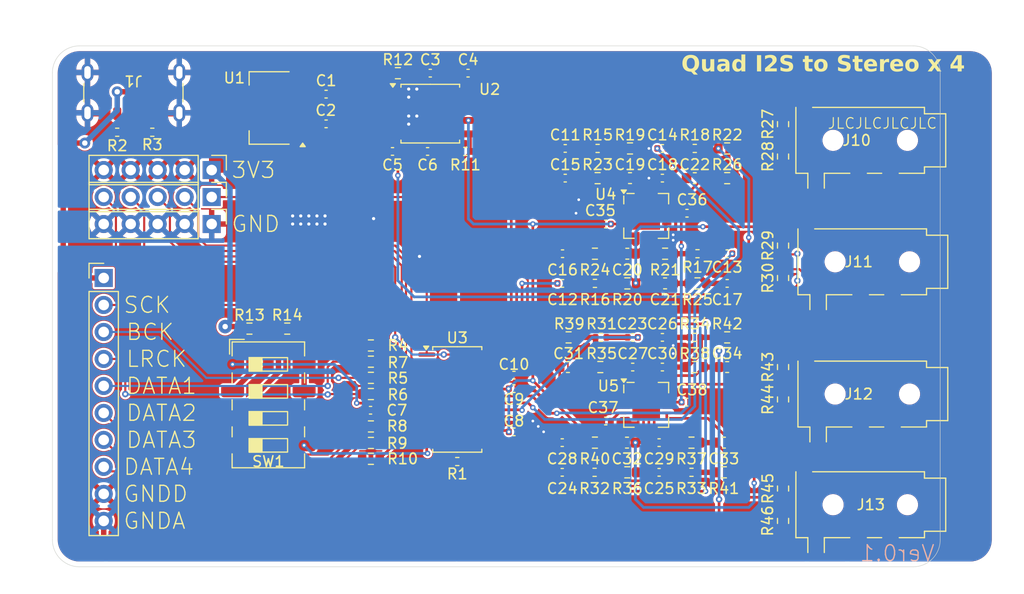
<source format=kicad_pcb>
(kicad_pcb (version 20241229) (generator "pcbnew") (generator_version "9.0")
  (layers (0 "F.Cu" signal) (2 "B.Cu" signal) (13 "F.Paste" user) (15 "B.Paste" user) (5 "F.SilkS" user "F.Silkscreen") (7 "B.SilkS" user "B.Silkscreen") (1 "F.Mask" user) (3 "B.Mask" user) (25 "Edge.Cuts" user))
  (net 0 "")
  (net 1 "+5VA")
  (net 2 "GNDA")
  (net 3 "+3.3V")
  (net 4 "GNDD")
  (net 5 "/VCOM")
  (net 6 "Net-(U4B--)")
  (net 7 "Net-(U4C--)")
  (net 8 "Net-(U4D--)")
  (net 9 "Net-(C15-Pad1)")
  (net 10 "/LPF/OUT1")
  (net 11 "Net-(C16-Pad1)")
  (net 12 "/LPF/OUT2")
  (net 13 "Net-(C17-Pad1)")
  (net 14 "/LPF/OUT3")
  (net 15 "/LPF/OUT4")
  (net 16 "Net-(C18-Pad1)")
  (net 17 "Net-(C19-Pad1)")
  (net 18 "Net-(C21-Pad1)")
  (net 19 "Net-(C22-Pad1)")
  (net 20 "Net-(U4A--)")
  (net 21 "Net-(C27-Pad1)")
  (net 22 "Net-(C28-Pad1)")
  (net 23 "Net-(C29-Pad1)")
  (net 24 "/LPF1/OUT3")
  (net 25 "/LPF1/OUT4")
  (net 26 "Net-(C30-Pad1)")
  (net 27 "/SCK")
  (net 28 "/BCK")
  (net 29 "/LRCK")
  (net 30 "/DATA1")
  (net 31 "/DATA2")
  (net 32 "/DATA3")
  (net 33 "/DATA4")
  (net 34 "/LPF/IN1")
  (net 35 "/LPF/IN2")
  (net 36 "/LPF/IN3")
  (net 37 "/LPF/IN4")
  (net 38 "/LPF1/IN1")
  (net 39 "/LPF1/IN2")
  (net 40 "/LPF1/IN3")
  (net 41 "/LPF1/IN4")
  (net 42 "/MSEL")
  (net 43 "Net-(U2-C-)")
  (net 44 "Net-(U2-C+)")
  (net 45 "-5VA")
  (net 46 "Net-(U2-FB)")
  (net 47 "Net-(C11-Pad2)")
  (net 48 "Net-(C12-Pad2)")
  (net 49 "Net-(C13-Pad2)")
  (net 50 "Net-(C23-Pad2)")
  (net 51 "Net-(C24-Pad2)")
  (net 52 "Net-(C25-Pad2)")
  (net 53 "Net-(U5A--)")
  (net 54 "Net-(U5B--)")
  (net 55 "Net-(C31-Pad1)")
  (net 56 "Net-(U5C--)")
  (net 57 "Net-(U5D--)")
  (net 58 "Net-(C33-Pad1)")
  (net 59 "Net-(R13-Pad2)")
  (net 60 "Net-(R14-Pad1)")
  (net 61 "Net-(C14-Pad2)")
  (net 62 "Net-(C26-Pad2)")
  (net 63 "Net-(C34-Pad1)")
  (net 64 "Net-(J5-Pin_2)")
  (net 65 "Net-(J5-Pin_4)")
  (net 66 "Net-(J5-Pin_3)")
  (net 67 "Net-(J5-Pin_1)")
  (net 68 "Net-(J5-Pin_5)")
  (net 69 "Net-(J1-CC2)")
  (net 70 "Net-(J1-CC1)")
  (net 71 "Net-(J2-Pin_3)")
  (net 72 "Net-(J2-Pin_5)")
  (net 73 "Net-(J2-Pin_4)")
  (net 74 "Net-(J2-Pin_7)")
  (net 75 "Net-(J2-Pin_8)")
  (net 76 "Net-(J2-Pin_2)")
  (net 77 "Net-(J2-Pin_6)")
  (net 78 "/LPF1/OUT2")
  (net 79 "/LPF1/OUT1")
  (net 80 "Net-(C20-Pad2)")
  (net 81 "Net-(C32-Pad2)")
  (footprint "Capacitor_SMD:C_0402_1005Metric" (layer "F.Cu") (at 109.474 58.42)
    (property "Reference" "C8")
    (property "Value" "10n")
  )
  (footprint "Resistor_SMD:R_0402_1005Metric" (layer "F.Cu") (at 75.438 30.226 180)
    (property "Reference" "R3")
    (property "Value" "5.1k")
  )
  (footprint "Resistor_SMD:R_0402_1005Metric" (layer "F.Cu") (at 104.14 61.214 180)
    (property "Reference" "R1")
    (property "Value" "0")
  )
  (footprint "Resistor_SMD:R_0603_1608Metric" (layer "F.Cu") (at 96.012 53.34)
    (property "Reference" "R5")
    (property "Value" "20")
  )
  (footprint "Package_DFN_QFN:WQFN-16-1EP_4x4mm_P0.5mm_EP2.6x2.6mm" (layer "F.Cu") (at 121.92 38.1)
    (property "Reference" "U4")
    (property "Value" "OPA1679")
  )
  (footprint "Resistor_SMD:R_0603_1608Metric" (layer "F.Cu") (at 134.798 63.754 90)
    (property "Reference" "R45")
    (property "Value" "47")
  )
  (footprint "Capacitor_SMD:C_0402_1005Metric" (layer "F.Cu") (at 114.3 31.75)
    (property "Reference" "C11")
    (property "Value" "10u")
  )
  (footprint "Package_SO:HTSSOP-28-1EP_4.4x9.7mm_P0.65mm_EP2.75x6.2mm" (layer "F.Cu") (at 104.14 55.372)
    (property "Reference" "U3")
    (property "Value" "PCM1681")
  )
  (footprint "Resistor_SMD:R_0603_1608Metric" (layer "F.Cu") (at 126.492 52.324)
    (property "Reference" "R38")
    (property "Value" "8.2k")
  )
  (footprint "Capacitor_SMD:C_0402_1005Metric" (layer "F.Cu") (at 118.11 57.404 180)
    (property "Reference" "C37")
    (property "Value" "10u")
  )
  (footprint "Capacitor_SMD:C_0603_1608Metric" (layer "F.Cu") (at 120.396 34.544 180)
    (property "Reference" "C19")
    (property "Value" "470p")
  )
  (footprint "Capacitor_SMD:C_0402_1005Metric" (layer "F.Cu") (at 109.474 53.086)
    (property "Reference" "C10")
    (property "Value" "10u")
  )
  (footprint "Capacitor_SMD:C_0402_1005Metric" (layer "F.Cu") (at 105.156 24.666 180)
    (property "Reference" "C4")
    (property "Value" "1u")
  )
  (footprint "Resistor_SMD:R_0402_1005Metric" (layer "F.Cu") (at 117.348 31.75)
    (property "Reference" "R15")
    (property "Value" "5.1k")
  )
  (footprint "Capacitor_SMD:C_0402_1005Metric" (layer "F.Cu") (at 114.3 34.544 180)
    (property "Reference" "C15")
    (property "Value" "4700p")
  )
  (footprint "Resistor_SMD:R_0402_1005Metric" (layer "F.Cu") (at 117.665 49.53 180)
    (property "Reference" "R31")
    (property "Value" "5.1k")
  )
  (footprint "Resistor_SMD:R_0603_1608Metric" (layer "F.Cu") (at 88.138 48.705)
    (property "Reference" "R14")
    (property "Value" "220k")
  )
  (footprint "Resistor_SMD:R_0603_1608Metric" (layer "F.Cu") (at 126.746 44.45 180)
    (property "Reference" "R25")
    (property "Value" "560")
  )
  (footprint "Resistor_SMD:R_0603_1608Metric" (layer "F.Cu") (at 120.142 44.45)
    (property "Reference" "R20")
    (property "Value" "8.2k")
  )
  (footprint "Capacitor_SMD:C_0402_1005Metric" (layer "F.Cu") (at 114.018 62.23)
    (property "Reference" "C24")
    (property "Value" "10u")
  )
  (footprint "Capacitor_SMD:C_0402_1005Metric" (layer "F.Cu") (at 118.11 38.862 180)
    (property "Reference" "C35")
    (property "Value" "10u")
  )
  (footprint "Resistor_SMD:R_0603_1608Metric" (layer "F.Cu") (at 96.012 50.292)
    (property "Reference" "R4")
    (property "Value" "20")
  )
  (footprint "Capacitor_SMD:C_0603_1608Metric" (layer "F.Cu") (at 114.554 52.324 180)
    (property "Reference" "C31")
    (property "Value" "470p")
  )
  (footprint "Resistor_SMD:R_0603_1608Metric" (layer "F.Cu") (at 96.012 60.96)
    (property "Reference" "R10")
    (property "Value" "20")
  )
  (footprint "Capacitor_SMD:C_0402_1005Metric" (layer "F.Cu") (at 95.979 56.388)
    (property "Reference" "C7")
    (property "Value" "10n")
  )
  (footprint "Resistor_SMD:R_0402_1005Metric" (layer "F.Cu") (at 126.746 41.656 180)
    (property "Reference" "R17")
    (property "Value" "5.1k")
  )
  (footprint "Connector_Audio:Jack_3.5mm_PJ320D_Horizontal" (layer "F.Cu") (at 141.732 65.278 180)
    (property "Reference" "J13")
    (property "Value" "\\")
  )
  (footprint "Capacitor_SMD:C_0402_1005Metric" (layer "F.Cu") (at 109.474 54.356)
    (property "Reference" "C9")
    (property "Value" "10n")
  )
  (footprint "Capacitor_SMD:C_0402_1005Metric" (layer "F.Cu") (at 91.796 26.642 180)
    (property "Reference" "C1")
    (property "Value" "10u")
  )
  (footprint "Capacitor_SMD:C_0402_1005Metric" (layer "F.Cu") (at 101.346 32.032)
    (property "Reference" "C6")
    (property "Value" "1u")
  )
  (footprint "Resistor_SMD:R_0603_1608Metric" (layer "F.Cu") (at 120.142 62.23)
    (property "Reference" "R36")
    (property "Value" "8.2k")
  )
  (footprint "Connector_PinHeader_2.54mm:PinHeader_1x10_P2.54mm_Vertical" (layer "F.Cu") (at 70.866 43.942)
    (property "Reference" "J2" (hide yes))
    (property "Value" "Conn_01x10_Pin")
  )
  (footprint "Resistor_SMD:R_0603_1608Metric" (layer "F.Cu") (at 129.54 31.75 180)
    (property "Reference" "R22")
    (property "Value" "8.2k")
  )
  (footprint "Resistor_SMD:R_0603_1608Metric" (layer "F.Cu") (at 96.012 54.864)
    (property "Reference" "R6")
    (property "Value" "20")
  )
  (footprint "Capacitor_SMD:C_0402_1005Metric" (layer "F.Cu") (at 123.134 59.436 180)
    (property "Reference" "C29")
    (property "Value" "4700p")
  )
  (footprint "Capacitor_SMD:C_0402_1005Metric" (layer "F.Cu") (at 91.796 29.436 180)
    (property "Reference" "C2")
    (property "Value" "10u")
  )
  (footprint "Package_TO_SOT_SMD:SOT-223-3_TabPin2" (layer "F.Cu") (at 86.462 27.94 180)
    (property "Reference" "U1")
    (property "Value" "AMS1117-3.3")
  )
  (footprint "Capacitor_SMD:C_0402_1005Metric" (layer "F.Cu") (at 123.444 49.53)
    (property "Reference" "C26")
    (property "Value" "10u")
  )
  (footprint "Capacitor_SMD:C_0402_1005Metric" (layer "F.Cu") (at 125.73 55.626)
    (property "Reference" "C38")
    (property "Value" "10u")
  )
  (footprint "Resistor_SMD:R_0603_1608Metric" (layer "F.Cu") (at 134.798 40.894 90)
    (property "Reference" "R29")
    (property "Value" "47")
  )
  (footprint "Capacitor_SMD:C_0603_1608Metric" (layer "F.Cu") (at 120.142 41.656 180)
    (property "Reference" "C20")
    (property "Value" "470p")
  )
  (footprint "Resistor_SMD:R_0603_1608Metric" (layer "F.Cu") (at 134.798 29.464 90)
    (property "Reference" "R27")
    (property "Value" "47")
  )
  (footprint "Resistor_SMD:R_0402_1005Metric" (layer "F.Cu") (at 126.182 62.23)
    (property "Reference" "R33")
    (property "Value" "5.1k")
  )
  (footprint "Resistor_SMD:R_0402_1005Metric" (layer "F.Cu") (at 126.492 49.53)
    (property "Reference" "R34")
    (property "Value" "5.1k")
  )
  (footprint "Connector_Audio:Jack_3.5mm_PJ320D_Horizontal" (layer "F.Cu") (at 141.926 54.864 180)
    (property "Reference" "J12")
    (property "Value" "AudioJack4")
  )
  (footprint "Resistor_SMD:R_0603_1608Metric" (layer "F.Cu") (at 84.582 48.705)
    (property "Reference" "R13")
    (property "Value" "220k")
  )
  (footprint "Resistor_SMD:R_0603_1608Metric" (layer "F.Cu") (at 126.182 59.436)
    (property "Reference" "R37")
    (property "Value" "8.2k")
  )
  (footprint "Connector_PinHeader_2.54mm:PinHeader_1x05_P2.54mm_Vertical" (layer "F.Cu") (at 81.026 36.322 -90)
    (property "Reference" "J5" (hide yes))
    (property "Value" "Conn_01x05_Pin")
  )
  (footprint "Resistor_SMD:R_0603_1608Metric" (layer "F.Cu") (at 129.23 62.23)
    (property "Reference" "R41")
    (property "Value" "560")
  )
  (footprint "Resistor_SMD:R_0603_1608Metric" (layer "F.Cu") (at 129.54 34.544 180)
    (property "Reference" "R26")
    (property "Value" "560")
  )
  (footprint "Resistor_SMD:R_0402_1005Metric" (layer "F.Cu") (at 117.094 44.45)
    (property "Reference" "R16")
    (property "Value" "5.1k")
  )
  (footprint "Button_Switch_SMD:SW_DIP_SPSTx04_Slide_6.7x11.72mm_W6.73mm_P2.54mm_LowProfile_JPin" (layer "F.Cu") (at 86.36 55.88)
    (property "Reference" "SW1")
    (property "Value" "SW_DIP_x04")
  )
  (footprint "Capacitor_SMD:C_0603_1608Metric" (layer "F.Cu") (at 129.23 59.436)
    (property "Reference" "C33")
    (property "Value" "470p")
  )
  (footprint "Resistor_SMD:R_0603_1608Metric" (layer "F.Cu") (at 120.396 31.75)
    (property "Reference" "R19")
    (property "Value" "8.2k")
  )
  (footprint "Resistor_SMD:R_0603_1608Metric" (layer "F.Cu") (at 117.348 34.544)
    (property "Reference" "R23")
    (property "Value" "560")
  )
  (footprint "Resistor_SMD:R_0402_1005Metric" (layer "F.Cu") (at 72.136 30.226)
    (property "Reference" "R2")
    (property "Value" "5.1k")
  )
  (footprint "Resistor_SMD:R_0603_1608Metric" (layer "F.Cu") (at 114.617 49.53 180)
    (property "Reference" "R39")
    (property "Value" "560")
  )
  (footprint "Capacitor_SMD:C_0603_1608Metric" (layer "F.Cu") (at 123.698 44.45)
    (property "Reference" "C21")
    (property "Value" "470p")
  )
  (footprint "Resistor_SMD:R_0603_1608Metric" (layer "F.Cu") (at 98.552 24.666)
    (property "Reference" "R12")
    (property "Value" "30k")
  )
  (footprint "Resistor_SMD:R_0402_1005Metric" (layer "F.Cu") (at 126.492 31.75)
    (property "Reference" "R18")
    (property "Value" "5.1k")
  )
  (footprint "Connector_PinHeader_2.54mm:PinHeader_1x05_P2.54mm_Vertical" (layer "F.Cu") (at 81.026 38.862 -90)
    (property "Reference" "J4" (hide yes))
    (property "Value" "Conn_01x05_Pin")
  )
  (footprint "Capacitor_SMD:C_0402_1005Metric" (layer "F.Cu") (at 125.758 37.846)
    (property "Reference" "C36")
    (property "Value" "10u")
  )
  (footprint "Capacitor_SMD:C_0402_1005Metric" (layer "F.Cu") (at 123.444 31.75)
    (property "Reference" "C14")
    (property "Value" "10u")
  )
  (footprint "Capacitor_SMD:C_0603_1608Metric" (layer "F.Cu") (at 129.54 52.324)
    (property "Reference" "C34")
    (property "Value" "470p")
  )
  (footprint "Resistor_SMD:R_0603_1608Metric" (layer "F.Cu") (at 134.798 66.802 90)
    (property "Reference" "R46")
    (property "Value" "47")
  )
  (footprint "Resistor_SMD:R_0603_1608Metric" (layer "F.Cu") (at 134.798 43.942 90)
    (property "Reference" "R30")
    (property "Value" "47")
  )
  (footprint "Connector_PinHeader_2.54mm:PinHeader_1x05_P2.54mm_Vertical" (layer "F.Cu") (at 81.026 33.782 -90)
    (property "Reference" "J3" (hide yes))
    (property "Value" "Conn_01x05_Pin")
  )
  (footprint "Capacitor_SMD:C_0402_1005Metric" (layer "F.Cu") (at 114.046 41.656 180)
    (property "Reference" "C16")
    (property "Value" "4700p")
  )
  (footprint "Capacitor_SMD:C_0402_1005Metric" (layer "F.Cu") (at 98.044 32.032)
    (property "Reference" "C5")
    (property "Value" "10n")
  )
  (footprint "Capacitor_SMD:C_0402_1005Metric" (layer "F.Cu") (at 101.6 24.666 180)
    (property "Reference" "C3")
    (property "Value" "1u")
  )
  (footprint "Resistor_SMD:R_0603_1608Metric" (layer "F.Cu") (at 129.54 49.53)
    (property "Reference" "R42")
    (property "Value" "560")
  )
  (footprint "Connector_Audio:Jack_3.5mm_PJ320D_Horizontal" (layer "F.Cu") (at 141.926 42.418 180)
    (property "Reference" "J11")
    (property "Value" "AudioJack4")
  )
  (footprint "Capacitor_SMD:C_0402_1005Metric" (layer "F.Cu") (at 123.444 52.324 180)
    (property "Reference" "C30")
    (property "Value" "4700p")
  )
  (footprint "Capacitor_SMD:C_0402_1005Metric" (layer "F.Cu") (at 114.018 59.436 180)
    (property "Reference" "C28")
    (property "Value" "4700p")
  )
  (footprint "Package_DFN_QFN:WQFN-16-1EP_4x4mm_P0.5mm_EP2.6x2.6mm" (layer "F.Cu") (at 121.92 55.88)
    (property "Reference" "U5")
    (property "Value" "OPA1679")
  )
  (footprint "Resistor_SMD:R_0603_1608Metric" (layer "F.Cu") (at 117.602 52.324 180)
    (property "Reference" "R35")
    (property "Value" "8.2k")
  )
  (footprint "Resistor_SMD:R_0603_1608Metric" (layer "F.Cu") (at 134.798 55.372 90)
    (property "Reference" "R44")
    (property "Value" "47")
  )
  (footprint "Capacitor_SMD:C_0402_1005Metric" (layer "F.Cu") (at 123.444 34.544 180)
    (property "Reference" "C18")
    (property "Value" "4700p")
  )
  (footprint "Resistor_SMD:R_0603_1608Metric" (layer "F.Cu") (at 96.014 59.466)
    (property "Reference" "R9")
    (property "Value" "20")
  )
  (footprint "Capacitor_SMD:C_0402_1005Metric" (layer "F.Cu") (at 123.134 62.23)
    (property "Reference" "C25")
    (property "Value" "10u")
  )
  (footprint "Resistor_SMD:R_0402_1005Metric" (layer "F.Cu") (at 104.902 32.032 180)
    (property "Reference" "R11")
    (property "Value" "10k")
  )
  (footprint "Capacitor_SMD:C_0402_1005Metric" (layer "F.Cu") (at 129.54 41.656 180)
    (property "Reference" "C13")
    (property "Value" "10u")
  )
  (footprint "Connector_Audio:Jack_3.5mm_PJ320D_Horizontal" (layer "F.Cu") (at 141.732 30.988 180)
    (property "Reference" "J10")
    (property "Value" "AudioJack4")
  )
  (footprint "Capacitor_SMD:C_0402_1005Metric" (layer "F.Cu") (at 120.65 49.53 180)
    (property "Reference" "C23")
    (property "Value" "10u")
  )
  (footprint "Resistor_SMD:R_0603_1608Metric" (layer "F.Cu") (at 117.094 41.656)
    (property "Reference" "R24")
    (property "Value" "560")
  )
  (footprint "Capacitor_SMD:C_0603_1608Metric" (layer "F.Cu") (at 126.492 34.544)
    (property "Reference" "C22")
    (property "Value" "470p")
  )
  (footprint "Resistor_SMD:R_0603_1608Metric" (layer "F.Cu") (at 134.798 32.512 90)
    (property "Reference" "R28")
    (property "Value" "47")
  )
  (footprint "Capacitor_SMD:C_0402_1005Metric" (layer "F.Cu") (at 114.046 44.45)
    (property "Reference" "C12")
    (property "Value" "10u")
  )
  (footprint "Connector_USB:USB_C_Receptacle_GCT_USB4125-xx-x_6P_TopMnt_Horizontal" (layer "F.Cu") (at 73.66 25.4 180)
    (property "Reference" "J1")
    (property "Value" "USB_C_Receptacle_PowerOnly_6P")
  )
  (footprint "Resistor_SMD:R_0603_1608Metric" (layer "F.Cu") (at 123.698 41.656 180)
    (property "Reference" "R21")
    (property "Value" "8.2k")
  )
  (footprint "Resistor_SMD:R_0603_1608Metric" (layer "F.Cu") (at 96.014 57.912)
    (property "Reference" "R8")
    (property "Value" "20")
  )
  (footprint "Capacitor_SMD:C_0402_1005Metric" (layer "F.Cu") (at 120.65 52.324)
    (property "Reference" "C27")
    (property "Value" "4700p")
  )
  (footprint "Resistor_SMD:R_0402_1005Metric" (layer "F.Cu") (at 117.066 62.23)
    (property "Reference" "R32")
    (property "Value" "5.1k")
  )
  (footprint "Capacitor_SMD:C_0402_1005Metric" (layer "F.Cu") (at 129.54 44.45)
    (property "Reference" "C17")
    (property "Value" "4700p")
  )
  (footprint "Capacitor_SMD:C_0603_1608Metric" (layer "F.Cu") (at 120.114 59.436)
    (property "Reference" "C32")
    (property "Value" "470p")
  )
  (footprint "Resistor_SMD:R_0603_1608Metric" (layer "F.Cu") (at 134.798 52.324 90)
    (property "Reference" "R43")
    (property "Value" "47")
  )
  (footprint "Package_SO:SOIC-8_5.3x5.3mm_P1.27mm" (layer "F.Cu") (at 101.6 28.476)
    (property "Reference" "U2")
    (property "Value" "NJW4191M")
  )
  (footprint "Resistor_SMD:R_0603_1608Metric" (layer "F.Cu") (at 117.094 59.436)
    (property "Reference" "R40")
    (property "Value" "560")
  )
  (footprint "Resistor_SMD:R_0603_1608Metric" (layer "F.Cu") (at 96.012 51.816)
    (property "Reference" "R7")
    (property "Value" "20")
  )
  (gr_arc (start 149.587949 68.58) (mid 148.844 70.376051) (end 147.047949 71.12) (stroke (width 0.05)) (layer "Edge.Cuts"))
  (gr_line (start 147.032123 71.12) (end 68.58 71.12) (stroke (width 0.05)) (layer "Edge.Cuts"))
  (gr_line (start 149.587949 24.638) (end 149.587949 68.58) (stroke (width 0.05)) (layer "Edge.Cuts"))
  (gr_line (start 66.04 68.58) (end 66.04 24.638) (stroke (width 0.05)) (layer "Edge.Cuts"))
  (gr_arc (start 68.58 71.12) (mid 66.783949 70.376051) (end 66.04 68.58) (stroke (width 0.05)) (layer "Edge.Cuts"))
  (gr_arc (start 147.047949 22.098) (mid 148.844 22.841949) (end 149.587949 24.638) (stroke (width 0.05)) (layer "Edge.Cuts"))
  (gr_line (start 68.58 22.098) (end 147.0479 22.098) (stroke (width 0.05)) (layer "Edge.Cuts"))
  (gr_arc (start 66.04 24.638) (mid 66.783949 22.841949) (end 68.58 22.098) (stroke (width 0.05)) (layer "Edge.Cuts"))
  (gr_text "DATA1\n" (at 72.898 54.102 0) (layer "F.SilkS") (effects (font (size 1.5 1.5) (thickness 0.127)) (justify left)))
  (gr_text "BCK" (at 72.898 49.022 0) (layer "F.SilkS") (effects (font (size 1.5 1.5) (thickness 0.127)) (justify left)))
  (gr_text "DATA2\n" (at 72.898 56.642 0) (layer "F.SilkS") (effects (font (size 1.5 1.5) (thickness 0.127)) (justify left)))
  (gr_text "JLCJLCJLCJLC\n" (at 138.938 29.972 0) (layer "F.SilkS") (effects (font (size 1 1) (thickness 0.1)) (justify left bottom)))
  (gr_text "SCK\n" (at 72.644 46.482 0) (layer "F.SilkS") (effects (font (size 1.5 1.5) (thickness 0.127)) (justify left)))
  (gr_text "GNDD" (at 72.644 64.262 0) (layer "F.SilkS") (effects (font (size 1.5 1.5) (thickness 0.127)) (justify left)))
  (gr_text "DATA3\n" (at 72.898 59.182 0) (layer "F.SilkS") (effects (font (size 1.5 1.5) (thickness 0.127)) (justify left)))
  (gr_text "3V3" (at 82.804 33.782 0) (layer "F.SilkS") (effects (font (size 1.5 1.5) (thickness 0.127)) (justify left)))
  (gr_text "LRCK" (at 72.898 51.562 0) (layer "F.SilkS") (effects (font (size 1.5 1.5) (thickness 0.127)) (justify left)))
  (gr_text "GNDA" (at 72.644 66.802 0) (layer "F.SilkS") (effects (font (size 1.5 1.5) (thickness 0.127)) (justify left)))
  (gr_text "Quad I2S to Stereo x 4" (at 125.222 23.876 0) (layer "F.SilkS") (effects (font (size 1.5 1.5) (thickness 0.3) (bold yes)) (justify left)))
  (gr_text "DATA4\n" (at 72.644 61.722 0) (layer "F.SilkS") (effects (font (size 1.5 1.5) (thickness 0.127)) (justify left)))
  (gr_text "GND" (at 82.804 38.862 0) (layer "F.SilkS") (effects (font (size 1.5 1.5) (thickness 0.127)) (justify left)))
  (gr_text "Ver0.1" (at 145.542 69.85 0) (layer "B.SilkS") (effects (font (size 1.5 1.5) (thickness 0.127)) (justify mirror)))
  (segment (start 76.644 26.416) (end 79.756 26.416) (width 0.508) (layer "F.Cu") (net 1))
  (segment (start 91.316 26.642) (end 91.316 26.332001) (width 0.508) (layer "F.Cu") (net 1))
  (segment (start 72.136 28.476) (end 72.14 28.48) (width 0.508) (layer "F.Cu") (net 1))
  (segment (start 105.156 25.682) (end 105.156 26.5395) (width 0.2) (layer "F.Cu") (net 1))
  (segment (start 104.267 29.111) (end 104.074 28.918) (width 0.2) (layer "F.Cu") (net 1))
  (segment (start 75.18 27.88) (end 73.716 26.416) (width 0.508) (layer "F.Cu") (net 1))
  (segment (start 80.641 25.531) (end 89.503 25.531) (width 0.508) (layer "F.Cu") (net 1))
  (segment (start 107.015 54.397) (end 108.925 54.397) (width 0.254) (layer "F.Cu") (net 1))
  (segment (start 93.966001 23.682) (end 104.961999 23.682) (width 0.508) (layer "F.Cu") (net 1))
  (segment (start 89.612 25.64) (end 90.314 25.64) (width 0.508) (layer "F.Cu") (net 1))
  (segment (start 79.756 26.416) (end 80.641 25.531) (width 0.508) (layer "F.Cu") (net 1))
  (segment (start 105.636 24.356001) (end 105.636 24.666) (width 0.508) (layer "F.Cu") (net 1))
  (segment (start 104.074 26.764) (end 104.267 26.571) (width 0.2) (layer "F.Cu") (net 1))
  (segment (start 105.636 25.202) (end 105.156 25.682) (width 0.2) (layer "F.Cu") (net 1))
  (segment (start 108.871 58.297) (end 108.994 58.42) (width 0.254) (layer "F.Cu") (net 1))
  (segment (start 111.252 53.594) (end 111.252 38.862) (width 0.254) (layer "F.Cu") (net 1))
  (segment (start 67.818 43.942) (end 67.056 43.18) (width 0.508) (layer "F.Cu") (net 1))
  (segment (start 118.59 57.686) (end 118.59 57.404) (width 0.254) (layer "F.Cu") (net 1))
  (segment (start 89.503 25.531) (end 89.612 25.64) (width 0.508) (layer "F.Cu") (net 1))
  (segment (start 104.961999 23.682) (end 105.636 24.356001) (width 0.508) (layer "F.Cu") (net 1))
  (segment (start 118.11 58.166) (end 118.59 57.686) (width 0.254) (layer "F.Cu") (net 1))
  (segment (start 75.18 28.48) (end 75.18 27.88) (width 0.508) (layer "F.Cu") (net 1))
  (segment (start 91.316 26.332001) (end 93.966001 23.682) (width 0.508) (layer "F.Cu") (net 1))
  (segment (start 119.9705 56.642) (end 119.9825 56.63) (width 0.254) (layer "F.Cu") (net 1))
  (segment (start 72.136 26.416) (end 72.136 28.476) (width 0.508) (layer "F.Cu") (net 1))
  (segment (start 67.056 43.18) (end 67.056 31.75) (width 0.508) (layer "F.Cu") (net 1))
  (segment (start 105.1875 29.111) (end 104.267 29.111) (width 0.2) (layer "F.Cu") (net 1))
  (segment (start 70.866 43.942) (end 67.818 43.942) (width 0.508) (layer "F.Cu") (net 1))
  (segment (start 105.636 24.666) (end 105.636 25.202) (width 0.2) (layer "F.Cu") (net 1))
  (segment (start 90.314 25.64) (end 91.316 26.642) (width 0.508) (layer "F.Cu") (net 1))
  (segment (start 118.59 38.862) (end 119.9705 38.862) (width 0.254) (layer "F.Cu") (net 1))
  (segment (start 111.252 53.594) (end 115.824 58.166) (width 0.254) (layer "F.Cu") (net 1))
  (segment (start 108.925 54.397) (end 108.966 54.356) (width 0.254) (layer "F.Cu") (net 1))
  (segment (start 104.074 28.918) (end 104.074 26.764) (width 0.2) (layer "F.Cu") (net 1))
  (segment (start 67.056 31.75) (end 67.563 31.243) (width 0.508) (layer "F.Cu") (net 1))
  (segment (start 119.352 56.642) (end 119.9705 56.642) (width 0.254) (layer "F.Cu") (net 1))
  (segment (start 75.18 27.88) (end 76.644 26.416) (width 0.508) (layer "F.Cu") (net 1))
  (segment (start 118.59 57.404) (end 119.352 56.642) (width 0.254) (layer "F.Cu") (net 1))
  (segment (start 105.156 26.5395) (end 105.1875 26.571) (width 0.2) (layer "F.Cu") (net 1))
  (segment (start 115.824 58.166) (end 118.11 58.166) (width 0.254) (layer "F.Cu") (net 1))
  (segment (start 107.015 58.297) (end 108.871 58.297) (width 0.254) (layer "F.Cu") (net 1))
  (segment (start 73.716 26.416) (end 72.136 26.416) (width 0.508) (layer "F.Cu") (net 1))
  (segment (start 67.563 31.243) (end 69.087 31.243) (width 0.508) (layer "F.Cu") (net 1))
  (segment (start 119.9705 38.862) (end 119.9825 38.85) (width 0.254) (layer "F.Cu") (net 1))
  (segment (start 104.267 26.571) (end 105.1875 26.571) (width 0.2) (layer "F.Cu") (net 1))
  (via (at 105.1875 29.111) (size 0.508) (drill 0.254) (layers "F.Cu" "B.Cu") (net 1))
  (via (at 108.994 58.42) (size 0.508) (drill 0.254) (layers "F.Cu" "B.Cu") (net 1))
  (via (at 72.136 26.416) (size 1.016) (drill 0.508) (layers "F.Cu" "B.Cu") (net 1))
  (via (at 108.966 54.356) (size 0.508) (drill 0.254) (layers "F.Cu" "B.Cu") (net 1))
  (via (at 111.252 38.862) (size 0.508) (drill 0.254) (layers "F.Cu" "B.Cu") (net 1))
  (via (at 118.59 38.862) (size 0.508) (drill 0.254) (layers "F.Cu" "B.Cu") (net 1))
  (via (at 111.252 53.594) (size 0.508) (drill 0.254) (layers "F.Cu" "B.Cu") (net 1))
  (via (at 69.087 31.243) (size 1.016) (drill 0.508) (layers "F.Cu" "B.Cu") (net 1))
  (segment (start 69.087 31.243) (end 72.136 28.194) (width 0.508) (layer "B.Cu") (net 1))
  (segment (start 118.59 38.862) (end 111.252 38.862) (width 0.254) (layer "B.Cu") (net 1))
  (segment (start 108.966 54.356) (end 108.994 55.133732) (width 0.254) (layer "B.Cu") (net 1))
  (segment (start 111.252 38.862) (end 105.664 38.862) (width 0.254) (layer "B.Cu") (net 1))
  (segment (start 108.966 54.356) (end 109.728 53.594) (width 0.254) (layer "B.Cu") (net 1))
  (segment (start 105.664 38.862) (end 105.1875 38.3855) (width 0.254) (layer "B.Cu") (net 1))
  (segment (start 72.136 28.194) (end 72.136 26.416) (width 0.508) (layer "B.Cu") (net 1))
  (segment (start 109.728 53.594) (end 111.252 53.594) (width 0.254) (layer "B.Cu") (net 1))
  (segment (start 108.994 55.133732) (end 108.994 58.42) (width 0.254) (layer "B.Cu") (net 1))
  (segment (start 105.1875 38.3855) (end 105.1875 29.111) (width 0.254) (layer "B.Cu") (net 1))
  (segment (start 70.91 29.51) (end 71.626 30.226) (width 0.508) (layer "F.Cu") (net 2))
  (segment (start 71.381 70.365) (end 70.866 69.85) (width 0.508) (layer "F.Cu") (net 2))
  (segment (start 76.41 28.48) (end 76.41 29.764) (width 0.508) (layer "F.Cu") (net 2))
  (segment (start 103.879 70.365) (end 71.381 70.365) (width 0.508) (layer "F.Cu") (net 2))
  (segment (start 70.866 69.85) (end 70.866 66.802) (width 0.508) (layer "F.Cu") (net 2))
  (segment (start 70.91 28.48) (end 69.42 28.48) (width 0.508) (layer "F.Cu") (net 2))
  (segment (start 104.65 69.594) (end 103.879 70.365) (width 0.508) (layer "F.Cu") (net 2))
  (segment (start 77.9 28.48) (end 77.98 28.4) (width 0.508) (layer "F.Cu") (net 2))
  (segment (start 104.65 61.214) (end 104.65 69.594) (width 0.508) (layer "F.Cu") (net 2))
  (segment (start 69.42 28.48) (end 69.34 28.4) (width 0.508) (layer "F.Cu") (net 2))
  (segment (start 70.91 28.48) (end 70.91 29.51) (width 0.508) (layer "F.Cu") (net 2))
  (segment (start 76.41 28.48) (end 77.9 28.48) (width 0.508) (layer "F.Cu") (net 2))
  (segment (start 76.41 29.764) (end 75.948 30.226) (width 0.508) (layer "F.Cu") (net 2))
  (via (at 124.46 50.292) (size 0.508) (drill 0.254) (layers "F.Cu" "B.Cu") (net 2))
  (via (at 91.694 38.862) (size 0.6) (drill 0.3) (layers "F.Cu" "B.Cu") (net 2))
  (via (at 91.694 38.1) (size 0.6) (drill 0.3) (layers "F.Cu" "B.Cu") (net 2))
  (via (at 122.174 34.544) (size 0.508) (drill 0.254) (layers "F.Cu" "B.Cu") (net 2))
  (via (at 100.584 41.91) (size 0.6) (drill 0.3) (layers "F.Cu" "B.Cu") (net 2))
  (via (at 100.33 28.702) (size 0.6) (drill 0.3) (layers "F.Cu" "B.Cu") (net 2))
  (via (at 88.646 38.862) (size 0.6) (drill 0.3) (layers "F.Cu" "B.Cu") (net 2))
  (via (at 122.174 31.75) (size 0.508) (drill 0.254) (layers "F.Cu" "B.Cu") (net 2))
  (via (at 124.46 51.054) (size 0.508) (drill 0.254) (layers "F.Cu" "B.Cu") (net 2))
  (via (at 90.17 38.862) (size 0.6) (drill 0.3) (layers "F.Cu" "B.Cu") (net 2))
  (via (at 115.316 37.846) (size 0.508) (drill 0.254) (layers "F.Cu" "B.Cu") (net 2))
  (via (at 99.568 29.464) (size 0.6) (drill 0.3) (layers "F.Cu" "B.Cu") (net 2))
  (via (at 89.408 38.1) (size 0.6) (drill 0.3) (layers "F.Cu" "B.Cu") (net 2))
  (via (at 88.646 38.1) (size 0.6) (drill 0.3) (layers "F.Cu" "B.Cu") (net 2))
  (via (at 99.568 26.162) (size 0.6) (drill 0.3) (layers "F.Cu" "B.Cu") (net 2))
  (via (at 90.932 38.862) (size 0.6) (drill 0.3) (layers "F.Cu" "B.Cu") (net 2))
  (via (at 90.932 38.1) (size 0.6) (drill 0.3) (layers "F.Cu" "B.Cu") (net 2))
  (via (at 124.46 40.386) (size 0.508) (drill 0.254) (layers "F.Cu" "B.Cu") (net 2))
  (via (at 115.57 36.576) (size 0.508) (drill 0.254) (layers "F.Cu" "B.Cu") (net 2))
  (via (at 100.33 26.162) (size 0.6) (drill 0.3) (layers "F.Cu" "B.Cu") (net 2))
  (via (at 111.76 57.912) (size 0.508) (drill 0.254) (layers "F.Cu" "B.Cu") (net 2))
  (via (at 112.268 58.42) (size 0.508) (drill 0.254) (layers "F.Cu" "B.Cu") (net 2))
  (via (at 99.568 26.924) (size 0.6) (drill 0.3) (layers "F.Cu" "B.Cu") (net 2))
  (via (at 96.266 38.354) (size 0.6) (drill 0.3) (layers "F.Cu" "B.Cu") (net 2))
  (via (at 124.46 39.878) (size 0.508) (drill 0.254) (layers "F.Cu" "B.Cu") (net 2))
  (via (at 111.252 57.404) (size 0.508) (drill 0.254) (layers "F.Cu" "B.Cu") (net 2))
  (via (at 89.408 38.862) (size 0.6) (drill 0.3) (layers "F.Cu" "B.Cu") (net 2))
  (via (at 90.17 38.1) (size 0.6) (drill 0.3) (layers "F.Cu" "B.Cu") (net 2))
  (via (at 99.568 28.702) (size 0.6) (drill 0.3) (layers "F.Cu" "B.Cu") (net 2))
  (segment (start 96.459 56.388) (end 96.459 56.372268) (width 0.254) (layer "F.Cu") (net 3))
  (segment (start 96.459 56.372268) (end 95.80307 55.716338) (width 0.254) (layer "F.Cu") (net 3))
  (segment (start 82.296 48.514) (end 83.566 48.514) (width 0.508) (layer "F.Cu") (net 3))
  (segment (start 81.026 33.782) (end 83.312 31.496) (width 1.27) (layer "F.Cu") (net 3))
  (segment (start 95.80307 55.716338) (end 94.674782 55.716338) (width 0.254) (layer "F.Cu") (net 3))
  (segment (start 83.566 48.514) (end 83.757 48.705) (width 0.508) (layer "F.Cu") (net 3))
  (segment (start 89.612 27.94) (end 89.916 27.94) (width 0.508) (layer "F.Cu") (net 3))
  (segment (start 89.916 27.94) (end 91.316 29.34) (width 0.508) (layer "F.Cu") (net 3))
  (segment (start 83.312 27.94) (end 89.612 27.94) (width 1.27) (layer "F.Cu") (net 3))
  (segment (start 83.312 27.94) (end 83.312 28.702) (width 0.508) (layer "F.Cu") (net 3))
  (segment (start 83.312 31.496) (end 83.312 27.94) (width 1.27) (layer "F.Cu") (net 3))
  (segment (start 96.5 56.347) (end 96.459 56.388) (width 0.254) (layer "F.Cu") (net 3))
  (segment (start 101.265 56.347) (end 96.5 56.347) (width 0.254) (layer "F.Cu") (net 3))
  (segment (start 82.995 50.736) (end 82.995 52.07) (width 0.508) (layer "F.Cu") (net 3))
  (segment (start 83.757 48.705) (end 83.757 49.974) (width 0.508) (layer "F.Cu") (net 3))
  (segment (start 83.757 49.974) (end 82.995 50.736) (width 0.508) (layer "F.Cu") (net 3))
  (segment (start 91.316 29.34) (end 91.316 29.436) (width 0.508) (layer "F.Cu") (net 3))
  (via (at 82.995 52.07) (size 0.508) (drill 0.254) (layers "F.Cu" "B.Cu") (net 3))
  (via (at 82.296 48.514) (size 1.27) (drill 0.508) (layers "F.Cu" "B.Cu") (net 3))
  (via (at 94.674782 55.716338) (size 0.508) (drill 0.254) (layers "F.Cu" "B.Cu") (net 3))
  (segment (start 92.582127 52.07) (end 82.995 52.07) (width 0.254) (layer "B.Cu") (net 3))
  (segment (start 94.674782 54.162655) (end 92.582127 52.07) (width 0.254) (layer "B.Cu") (net 3))
  (segment (start 81.026 33.782) (end 82.751 35.507) (width 0.508) (layer "B.Cu") (net 3))
  (segment (start 94.674782 55.716338) (end 94.674782 54.162655) (width 0.254) (layer "B.Cu") (net 3))
  (segment (start 82.751 35.507) (end 82.751 48.059) (width 0.508) (layer "B.Cu") (net 3))
  (segment (start 82.751 48.059) (end 82.296 48.514) (width 0.508) (layer "B.Cu") (net 3))
  (segment (start 108.486 53.086) (end 108.994 53.086) (width 0.254) (layer "F.Cu") (net 5))
  (segment (start 107.015 53.097) (end 108.475 53.097) (width 0.254) (layer "F.Cu") (net 5))
  (segment (start 108.475 53.097) (end 108.486 53.086) (width 0.254) (layer "F.Cu") (net 5))
  (segment (start 120.917 41.656) (end 120.114 40.853) (width 0.254) (layer "F.Cu") (net 6))
  (segment (start 121.67 40.0375) (end 121.67 40.903) (width 0.254) (layer "F.Cu") (net 6))
  (segment (start 118.722 40.853) (end 117.919 41.656) (width 0.254) (layer "F.Cu") (net 6))
  (segment (start 120.114 40.853) (end 118.722 40.853) (width 0.254) (layer "F.Cu") (net 6))
  (segment (start 121.67 40.903) (end 120.917 41.656) (width 0.254) (layer "F.Cu") (net 6))
  (segment (start 123.7325 43.7095) (end 124.473 44.45) (width 0.254) (layer "F.Cu") (net 7))
  (segment (start 123.7325 38.975) (end 123.7325 43.7095) (width 0.254) (layer "F.Cu") (net 7))
  (segment (start 123.8575 38.85) (end 123.7325 38.975) (width 0.254) (layer "F.Cu") (net 7))
  (segment (start 125.921 44.45) (end 124.473 44.45) (width 0.508) (layer "F.Cu") (net 7))
  (segment (start 125.6485 36.1625) (end 127.267 34.544) (width 0.254) (layer "F.Cu") (net 8))
  (segment (start 128.715 34.544) (end 127.267 34.544) (width 0.508) (layer "F.Cu") (net 8))
  (segment (start 122.67 36.1625) (end 125.6485 36.1625) (width 0.254) (layer "F.Cu") (net 8))
  (segment (start 117.858 31.75) (end 117.858 33.209) (width 0.508) (layer "F.Cu") (net 9))
  (segment (start 117.858 31.75) (end 119.571 31.75) (width 0.508) (layer "F.Cu") (net 9))
  (segment (start 117.858 33.209) (end 116.523 34.544) (width 0.508) (layer "F.Cu") (net 9))
  (segment (start 114.78 34.544) (end 116.523 34.544) (width 0.254) (layer "F.Cu") (net 9))
  (segment (start 137.907 31.748) (end 137.907 34.238) (width 0.2) (layer "F.Cu") (net 10))
  (segment (start 134.798 28.639) (end 137.907 31.748) (width 0.2) (layer "F.Cu") (net 10))
  (segment (start 116.269 41.656) (end 116.269 43.115) (width 0.254) (layer "F.Cu") (net 11))
  (segment (start 119.317 44.45) (end 117.604 44.45) (width 0.508) (layer "F.Cu") (net 11))
  (segment (start 114.526 41.656) (end 116.269 41.656) (width 0.254) (layer "F.Cu") (net 11))
  (segment (start 116.269 43.115) (end 117.604 44.45) (width 0.254) (layer "F.Cu") (net 11))
  (segment (start 136.398 35.814) (end 137.16 36.576) (width 0.2) (layer "F.Cu") (net 12))
  (segment (start 140.208 36.576) (end 141.907 34.877) (width 0.2) (layer "F.Cu") (net 12))
  (segment (start 134.798 31.687) (end 136.081 31.687) (width 0.2) (layer "F.Cu") (net 12))
  (segment (start 136.081 31.687) (end 136.398 32.004) (width 0.2) (layer "F.Cu") (net 12))
  (segment (start 136.398 32.004) (end 136.398 35.814) (width 0.2) (layer "F.Cu") (net 12))
  (segment (start 137.16 36.576) (end 140.208 36.576) (width 0.2) (layer "F.Cu") (net 12))
  (segment (start 141.907 34.877) (end 141.907 34.238) (width 0.2) (layer "F.Cu") (net 12))
  (segment (start 124.523 41.656) (end 126.236 41.656) (width 0.508) (layer "F.Cu") (net 13))
  (segment (start 127.571 44.45) (end 129.06 44.45) (width 0.508) (layer "F.Cu") (net 13))
  (segment (start 127.571 44.45) (end 126.236 43.115) (width 0.508) (layer "F.Cu") (net 13))
  (segment (start 126.236 43.115) (end 126.236 41.656) (width 0.508) (layer "F.Cu") (net 13))
  (segment (start 134.798 40.069) (end 135.406943 40.069) (width 0.2) (layer "F.Cu") (net 14))
  (segment (start 138.101 42.763057) (end 138.101 45.668) (width 0.2) (layer "F.Cu") (net 14))
  (segment (start 135.406943 40.069) (end 138.101 42.763057) (width 0.2) (layer "F.Cu") (net 14))
  (segment (start 140.97 47.498) (end 142.101 46.367) (width 0.2) (layer "F.Cu") (net 15))
  (segment (start 136.906 43.688) (end 136.906 46.925) (width 0.2) (layer "F.Cu") (net 15))
  (segment (start 137.479 47.498) (end 140.97 47.498) (width 0.2) (layer "F.Cu") (net 15))
  (segment (start 134.798 43.117) (end 136.335 43.117) (width 0.2) (layer "F.Cu") (net 15))
  (segment (start 136.335 43.117) (end 136.906 43.688) (width 0.2) (layer "F.Cu") (net 15))
  (segment (start 142.101 46.367) (end 142.101 45.668) (width 0.2) (layer "F.Cu") (net 15))
  (segment (start 136.906 46.925) (end 137.479 47.498) (width 0.2) (layer "F.Cu") (net 15))
  (segment (start 125.194 33.274) (end 125.797999 33.274) (width 0.508) (layer "F.Cu") (net 16))
  (segment (start 130.365 31.75) (end 129.349 30.734) (width 0.508) (layer "F.Cu") (net 16))
  (segment (start 128.018 30.734) (end 127.002 31.75) (width 0.508) (layer "F.Cu") (net 16))
  (segment (start 127.002 32.069999) (end 127.002 31.75) (width 0.508) (layer "F.Cu") (net 16))
  (segment (start 129.349 30.734) (end 128.018 30.734) (width 0.508) (layer "F.Cu") (net 16))
  (segment (start 125.797999 33.274) (end 127.002 32.069999) (width 0.508) (layer "F.Cu") (net 16))
  (segment (start 130.365 34.544) (end 130.365 31.75) (width 0.508) (layer "F.Cu") (net 16))
  (segment (start 123.924 34.544) (end 125.194 33.274) (width 0.508) (layer "F.Cu") (net 16))
  (segment (start 122.745 30.226) (end 127.702928 30.226) (width 0.254) (layer "F.Cu") (net 17))
  (segment (start 121.221 34.494) (end 121.171 34.544) (width 0.254) (layer "F.Cu") (net 17))
  (segment (start 129.664072 30.226) (end 134.735 30.226) (width 0.254) (layer "F.Cu") (net 17))
  (segment (start 127.776928 30.152) (end 129.590072 30.152) (width 0.254) (layer "F.Cu") (net 17))
  (segment (start 134.735 30.226) (end 134.798 30.289) (width 0.254) (layer "F.Cu") (net 17))
  (segment (start 127.702928 30.226) (end 127.776928 30.152) (width 0.254) (layer "F.Cu") (net 17))
  (segment (start 129.590072 30.152) (end 129.664072 30.226) (width 0.254) (layer "F.Cu") (net 17))
  (segment (start 121.221 31.75) (end 122.745 30.226) (width 0.254) (layer "F.Cu") (net 17))
  (segment (start 119.9825 37.35) (end 119.9825 35.7325) (width 0.254) (layer "F.Cu") (net 17))
  (segment (start 119.9825 35.7325) (end 121.171 34.544) (width 0.254) (layer "F.Cu") (net 17))
  (segment (start 121.221 31.75) (end 121.221 34.494) (width 0.254) (layer "F.Cu") (net 17))
  (segment (start 135.286064 45.468) (end 123.941 45.468) (width 0.2) (layer "F.Cu") (net 18))
  (segment (start 122.67 40.0375) (end 122.67 41.453) (width 0.254) (layer "F.Cu") (net 18))
  (segment (start 122.67 41.453) (end 122.873 41.656) (width 0.254) (layer "F.Cu") (net 18))
  (segment (start 136.144 44.196) (end 136.144 44.610064) (width 0.2) (layer "F.Cu") (net 18))
  (segment (start 134.798 41.719) (end 136.081 41.719) (width 0.2) (layer "F.Cu") (net 18))
  (segment (start 123.941 45.468) (end 122.923 44.45) (width 0.2) (layer "F.Cu") (net 18))
  (segment (start 122.923 44.45) (end 122.923 43.434) (width 0.508) (layer "F.Cu") (net 18))
  (segment (start 122.923 43.434) (end 122.923 41.706) (width 0.508) (layer "F.Cu") (net 18))
  (segment (start 136.081 41.719) (end 136.144 41.656) (width 0.2) (layer "F.Cu") (net 18))
  (segment (start 136.144 44.610064) (end 135.286064 45.468) (width 0.2) (layer "F.Cu") (net 18))
  (segment (start 122.923 41.706) (end 122.873 41.656) (width 0.508) (layer "F.Cu") (net 18))
  (via (at 136.144 44.196) (size 0.6) (drill 0.3) (layers "F.Cu" "B.Cu") (net 18))
  (via (at 136.144 41.656) (size 0.6) (drill 0.3) (layers "F.Cu" "B.Cu") (net 18))
  (segment (start 136.144 41.656) (end 136.144 44.196) (width 0.2) (layer "B.Cu") (net 18))
  (segment (start 122.17 35.671016) (end 122.659016 35.182) (width 0.254) (layer "F.Cu") (net 19))
  (segment (start 122.659016 35.182) (end 125.079 35.182) (width 0.254) (layer "F.Cu") (net 19))
  (segment (start 122.17 36.1625) (end 122.17 35.671016) (width 0.254) (layer "F.Cu") (net 19))
  (segment (start 128.715 31.75) (end 128.511 31.75) (width 0.508) (layer "F.Cu") (net 19))
  (segment (start 128.511 31.75) (end 125.717 34.544) (width 0.508) (layer "F.Cu") (net 19))
  (segment (start 125.079 35.182) (end 125.717 34.544) (width 0.254) (layer "F.Cu") (net 19))
  (segment (start 134.798 44.767) (end 132.143 44.767) (width 0.254) (layer "F.Cu") (net 19))
  (segment (start 132.143 44.767) (end 131.572 44.196) (width 0.254) (layer "F.Cu") (net 19))
  (segment (start 131.572 44.196) (end 131.572 40.132) (width 0.254) (layer "F.Cu") (net 19))
  (via (at 128.715 31.75) (size 0.508) (drill 0.254) (layers "F.Cu" "B.Cu") (net 19))
  (via (at 131.572 40.132) (size 0.508) (drill 0.254) (layers "F.Cu" "B.Cu") (net 19))
  (segment (start 131.572 40.132) (end 131.572 34.607) (width 0.254) (layer "B.Cu") (net 19))
  (segment (start 131.572 34.607) (end 128.715 31.75) (width 0.254) (layer "B.Cu") (net 19))
  (segment (start 118.173 34.544) (end 118.173 36.893) (width 0.254) (layer "F.Cu") (net 20))
  (segment (start 119.621 34.544) (end 118.173 34.544) (width 0.254) (layer "F.Cu") (net 20))
  (segment (start 119.13 37.85) (end 119.9825 37.85) (width 0.254) (layer "F.Cu") (net 20))
  (segment (start 118.173 36.893) (end 119.13 37.85) (width 0.254) (layer "F.Cu") (net 20))
  (segment (start 118.427 52.324) (end 120.17 52.324) (width 0.508) (layer "F.Cu") (net 21))
  (segment (start 117.155 49.53) (end 115.442 49.53) (width 0.508) (layer "F.Cu") (net 21))
  (segment (start 117.155 51.052) (end 118.427 52.324) (width 0.508) (layer "F.Cu") (net 21))
  (segment (start 117.155 49.53) (end 117.155 51.052) (width 0.508) (layer "F.Cu") (net 21))
  (segment (start 116.269 59.436) (end 114.498 59.436) (width 0.508) (layer "F.Cu") (net 22))
  (segment (start 119.317 62.23) (end 117.576 62.23) (width 0.508) (layer "F.Cu") (net 22))
  (segment (start 116.269 59.436) (end 116.269 60.135) (width 0.508) (layer "F.Cu") (net 22))
  (segment (start 116.269 60.135) (end 117.576 61.442) (width 0.508) (layer "F.Cu") (net 22))
  (segment (start 117.576 61.442) (end 117.576 62.23) (width 0.508) (layer "F.Cu") (net 22))
  (segment (start 126.692 60.771) (end 126.692 62.23) (width 0.508) (layer "F.Cu") (net 23))
  (segment (start 128.405 62.23) (end 126.692 62.23) (width 0.508) (layer "F.Cu") (net 23))
  (segment (start 125.357 59.436) (end 123.614 59.436) (width 0.508) (layer "F.Cu") (net 23))
  (segment (start 125.357 59.436) (end 126.692 60.771) (width 0.508) (layer "F.Cu") (net 23))
  (segment (start 137.907 66.038) (end 137.907 68.528) (width 0.2) (layer "F.Cu") (net 24))
  (segment (start 134.798 62.929) (end 137.907 66.038) (width 0.2) (layer "F.Cu") (net 24))
  (segment (start 141.907 69.167) (end 140.555 70.519) (width 0.2) (layer "F.Cu") (net 25))
  (segment (start 136.398 69.596) (end 136.398 67.577) (width 0.2) (layer "F.Cu") (net 25))
  (segment (start 134.8045 65.9835) (end 134.798 65.977) (width 0.508) (layer "F.Cu") (net 25))
  (segment (start 136.398 67.577) (end 134.798 65.977) (width 0.2) (layer "F.Cu") (net 25))
  (segment (start 140.555 70.519) (end 137.321 70.519) (width 0.2) (layer "F.Cu") (net 25))
  (segment (start 134.8045 66.04) (end 134.8045 65.9835) (width 0.508) (layer "F.Cu") (net 25))
  (segment (start 141.907 68.528) (end 141.907 69.167) (width 0.2) (layer "F.Cu") (net 25))
  (segment (start 137.321 70.519) (end 136.398 69.596) (width 0.2) (layer "F.Cu") (net 25))
  (segment (start 127.002 50.989) (end 127.002 49.53) (width 0.508) (layer "F.Cu") (net 26))
  (segment (start 123.924 52.324) (end 125.667 52.324) (width 0.508) (layer "F.Cu") (net 26))
  (segment (start 127.002 49.53) (end 128.715 49.53) (width 0.508) (layer "F.Cu") (net 26))
  (segment (start 125.667 52.324) (end 127.002 50.989) (width 0.508) (layer "F.Cu") (net 26))
  (segment (start 97.536 50.292) (end 96.837 50.292) (width 0.254) (layer "F.Cu") (net 27))
  (segment (start 98.753 52.389532) (end 97.79 51.426532) (width 0.254) (layer "F.Cu") (net 27))
  (segment (start 97.79 51.426532) (end 97.79 50.546) (width 0.254) (layer "F.Cu") (net 27))
  (segment (start 98.753 53.287) (end 98.753 52.389532) (width 0.254) (layer "F.Cu") (net 27))
  (segment (start 101.265 53.747) (end 99.213 53.747) (width 0.254) (layer "F.Cu") (net 27))
  (segment (start 99.213 53.747) (end 98.753 53.287) (width 0.254) (layer "F.Cu") (net 27))
  (segment (start 97.79 50.546) (end 97.536 50.292) (width 0.254) (layer "F.Cu") (net 27))
  (segment (start 97.79 53.594) (end 97.79 54.864) (width 0.254) (layer "F.Cu") (net 28))
  (segment (start 97.79 54.864) (end 97.973 55.047) (width 0.254) (layer "F.Cu") (net 28))
  (segment (start 97.973 55.047) (end 101.265 55.047) (width 0.254) (layer "F.Cu") (net 28))
  (segment (start 96.837 53.34) (end 97.536 53.34) (width 0.254) (layer "F.Cu") (net 28))
  (segment (start 97.536 53.34) (end 97.79 53.594) (width 0.254) (layer "F.Cu") (net 28))
  (segment (start 97.67 55.697) (end 96.837 54.864) (width 0.254) (layer "F.Cu") (net 29))
  (segment (start 101.265 55.697) (end 97.67 55.697) (width 0.254) (layer "F.Cu") (net 29))
  (segment (start 101.265 54.397) (end 98.847 54.397) (width 0.254) (layer "F.Cu") (net 30))
  (segment (start 98.298 53.848) (end 98.298 52.578) (width 0.254) (layer "F.Cu") (net 30))
  (segment (start 98.847 54.397) (end 98.298 53.848) (width 0.254) (layer "F.Cu") (net 30))
  (segment (start 98.298 52.578) (end 97.536 51.816) (width 0.254) (layer "F.Cu") (net 30))
  (segment (start 97.536 51.816) (end 96.837 51.816) (width 0.254) (layer "F.Cu") (net 30))
  (segment (start 96.839 57.912) (end 97.104 57.647) (width 0.254) (layer "F.Cu") (net 31))
  (segment (start 97.104 57.647) (end 101.265 57.647) (width 0.254) (layer "F.Cu") (net 31))
  (segment (start 101.265 58.297) (end 98.008 58.297) (width 0.254) (layer "F.Cu") (net 32))
  (segment (start 98.008 58.297) (end 96.839 59.466) (width 0.254) (layer "F.Cu") (net 32))
  (segment (start 101.265 58.947) (end 98.85 58.947) (width 0.254) (layer "F.Cu") (net 33))
  (segment (start 98.85 58.947) (end 96.837 60.96) (width 0.254) (layer "F.Cu") (net 33))
  (segment (start 108.477 51.797) (end 107.015 51.797) (width 0.254) (layer "F.Cu") (net 34))
  (segment (start 113.82 31.75) (end 109.22 36.35) (width 0.254) (layer "F.Cu") (net 34))
  (segment (start 109.22 36.35) (end 109.22 51.054) (width 0.254) (layer "F.Cu") (net 34))
  (segment (start 109.22 51.054) (end 108.477 51.797) (width 0.254) (layer "F.Cu") (net 34))
  (segment (start 107.015 52.447) (end 108.589 52.447) (width 0.254) (layer "F.Cu") (net 35))
  (segment (start 110.236 50.8) (end 110.236 44.45) (width 0.254) (layer "F.Cu") (net 35))
  (segment (start 108.589 52.447) (end 110.236 50.8) (width 0.254) (layer "F.Cu") (net 35))
  (via (at 110.236 44.45) (size 0.508) (drill 0.254) (layers "F.Cu" "B.Cu") (net 35))
  (via (at 113.566 44.45) (size 0.508) (drill 0.254) (layers "F.Cu" "B.Cu") (net 35))
  (segment (start 110.236 44.45) (end 113.566 44.45) (width 0.254) (layer "B.Cu") (net 35))
  (segment (start 113.50817 56.67183) (end 112.80583 56.67183) (width 0.254) (layer "F.Cu") (net 36))
  (segment (start 111.181 55.047) (end 107.015 55.047) (width 0.254) (layer "F.Cu") (net 36))
  (segment (start 112.80583 56.67183) (end 111.181 55.047) (width 0.254) (layer "F.Cu") (net 36))
  (via (at 130.02 41.656) (size 0.508) (drill 0.254) (layers "F.Cu" "B.Cu") (net 36))
  (via (at 113.50817 56.67183) (size 0.508) (drill 0.254) (layers "F.Cu" "B.Cu") (net 36))
  (segment (start 125.984 55.88) (end 125.984 45.692) (width 0.254) (layer "B.Cu") (net 36))
  (segment (start 125.222 56.642) (end 125.984 55.88) (width 0.254) (layer "B.Cu") (net 36))
  (segment (start 125.984 45.692) (end 130.02 41.656) (width 0.254) (layer "B.Cu") (net 36))
  (segment (start 113.50817 56.67183) (end 113.538 56.642) (width 0.254) (layer "B.Cu") (net 36))
  (segment (start 113.538 56.642) (end 125.222 56.642) (width 0.254) (layer "B.Cu") (net 36))
  (segment (start 107.015 55.697) (end 110.815 55.697) (width 0.254) (layer "F.Cu") (net 37))
  (segment (start 110.815 55.697) (end 111.252 56.134) (width 0.254) (layer "F.Cu") (net 37))
  (via (at 111.252 56.134) (size 0.508) (drill 0.254) (layers "F.Cu" "B.Cu") (net 37))
  (via (at 122.964 31.75) (size 0.508) (drill 0.254) (layers "F.Cu" "B.Cu") (net 37))
  (segment (start 126.492 56.015467) (end 126.492 46.007073) (width 0.254) (layer "B.Cu") (net 37))
  (segment (start 130.602 41.897073) (end 130.602 39.388) (width 0.254) (layer "B.Cu") (net 37))
  (segment (start 130.602 39.388) (end 122.964 31.75) (width 0.254) (layer "B.Cu") (net 37))
  (segment (start 112.37183 57.25383) (end 125.253637 57.25383) (width 0.254) (layer "B.Cu") (net 37))
  (segment (start 126.492 46.007073) (end 130.602 41.897073) (width 0.254) (layer "B.Cu") (net 37))
  (segment (start 111.252 56.134) (end 112.37183 57.25383) (width 0.254) (layer "B.Cu") (net 37))
  (segment (start 125.253637 57.25383) (end 126.492 56.015467) (width 0.254) (layer "B.Cu") (net 37))
  (segment (start 107.015 56.347) (end 110.195 56.347) (width 0.254) (layer "F.Cu") (net 38))
  (segment (start 110.195 56.347) (end 110.236 56.388) (width 0.254) (layer "F.Cu") (net 38))
  (via (at 110.236 56.388) (size 0.508) (drill 0.254) (layers "F.Cu" "B.Cu") (net 38))
  (via (at 121.13 49.53) (size 0.508) (drill 0.254) (layers "F.Cu" "B.Cu") (net 38))
  (segment (start 116.84 49.53) (end 121.13 49.53) (width 0.254) (layer "B.Cu") (net 38))
  (segment (start 110.236 56.388) (end 110.236 56.134) (width 0.254) (layer "B.Cu") (net 38))
  (segment (start 110.236 56.134) (end 116.84 49.53) (width 0.254) (layer "B.Cu") (net 38))
  (segment (start 107.015 56.997) (end 109.506732 56.997) (width 0.254) (layer "F.Cu") (net 39))
  (segment (start 113.538 61.028268) (end 113.538 62.23) (width 0.254) (layer "F.Cu") (net 39))
  (segment (start 109.506732 56.997) (end 113.538 61.028268) (width 0.254) (layer "F.Cu") (net 39))
  (segment (start 112.055 63.033) (end 121.851 63.033) (width 0.254) (layer "F.Cu") (net 40))
  (segment (start 107.969 58.947) (end 112.055 63.033) (width 0.254) (layer "F.Cu") (net 40))
  (segment (start 121.851 63.033) (end 122.654 62.23) (width 0.254) (layer "F.Cu") (net 40))
  (segment (start 107.015 58.947) (end 107.969 58.947) (width 0.254) (layer "F.Cu") (net 40))
  (segment (start 122.964 48.486) (end 122.964 49.53) (width 0.254) (layer "F.Cu") (net 41))
  (segment (start 127.508 48.26) (end 123.19 48.26) (width 0.254) (layer "F.Cu") (net 41))
  (segment (start 123.19 48.26) (end 122.964 48.486) (width 0.254) (layer "F.Cu") (net 41))
  (segment (start 107.015 59.597) (end 111.426 64.008) (width 0.254) (layer "F.Cu") (net 41))
  (segment (start 111.426 64.008) (end 127.508 64.008) (width 0.254) (layer "F.Cu") (net 41))
  (via (at 127.508 64.008) (size 0.508) (drill 0.254) (layers "F.Cu" "B.Cu") (net 41))
  (via (at 127.508 48.26) (size 0.508) (drill 0.254) (layers "F.Cu" "B.Cu") (net 41))
  (segment (start 127.508 64.008) (end 127.508 48.26) (width 0.254) (layer "B.Cu") (net 41))
  (segment (start 89.725 54.61) (end 89.725 57.15) (width 0.508) (layer "F.Cu") (net 42))
  (segment (start 89.725 52.07) (end 89.725 54.61) (width 0.508) (layer "F.Cu") (net 42))
  (segment (start 89.725 57.15) (end 89.725 59.69) (width 0.508) (layer "F.Cu") (net 42))
  (segment (start 101.265 59.597) (end 101.265 60.371) (width 0.254) (layer "F.Cu") (net 42))
  (segment (start 101.265 60.371) (end 101.346 60.452) (width 0.254) (layer "F.Cu") (net 42))
  (via (at 89.725 59.69) (size 0.508) (drill 0.254) (layers "F.Cu" "B.Cu") (net 42))
  (via (at 101.346 60.452) (size 0.508) (drill 0.254) (layers "F.Cu" "B.Cu") (net 42))
  (segment (start 90.487 60.452) (end 89.725 59.69) (width 0.254) (layer "B.Cu") (net 42))
  (segment (start 101.346 60.452) (end 90.487 60.452) (width 0.254) (layer "B.Cu") (net 42))
  (segment (start 100.203 30.381) (end 102.08 28.504) (width 0.2) (layer "F.Cu") (net 43))
  (segment (start 102.08 28.504) (end 102.08 24.666) (width 0.2) (layer "F.Cu") (net 43))
  (segment (start 98.0125 30.381) (end 100.203 30.381) (width 0.2) (layer "F.Cu") (net 43))
  (segment (start 101.12 26.416) (end 99.695 27.841) (width 0.2) (layer "F.Cu") (net 44))
  (segment (start 101.12 24.666) (end 101.12 26.416) (width 0.2) (layer "F.Cu") (net 44))
  (segment (start 99.695 27.841) (end 98.0125 27.841) (width 0.2) (layer "F.Cu") (net 44))
  (segment (start 104.791 32.653) (end 105.412 32.032) (width 0.2) (layer "F.Cu") (net 45))
  (segment (start 124.964 37.85) (end 123.8575 37.85) (width 0.254) (layer "F.Cu") (net 45))
  (segment (start 123.8615 55.626) (end 123.8575 55.63) (width 0.254) (layer "F.Cu") (net 45))
  (segment (start 98.552 32.06) (end 98.524 32.032) (width 0.254) (layer "F.Cu") (net 45))
  (segment (start 102.447 32.653) (end 104.791 32.653) (width 0.2) (layer "F.Cu") (net 45))
  (segment (start 105.41 30.6035) (end 105.41 32.03) (width 0.2) (layer "F.Cu") (net 45))
  (segment (start 125.222 40.948) (end 125.222 37.902) (width 0.254) (layer "F.Cu") (net 45))
  (segment (start 100.076 32.794) (end 99.314 32.032) (width 0.2) (layer "F.Cu") (net 45))
  (segment (start 101.826 32.032) (end 102.447 32.653) (width 0.2) (layer "F.Cu") (net 45))
  (segment (start 101.064 32.794) (end 100.076 32.794) (width 0.2) (layer "F.Cu") (net 45))
  (segment (start 124.968 37.854) (end 124.964 37.85) (width 0.254) (layer "F.Cu") (net 45))
  (segment (start 98.552 34.29) (end 98.552 32.06) (width 0.254) (layer "F.Cu") (net 45))
  (segment (start 125.222 37.902) (end 125.278 37.846) (width 0.254) (layer "F.Cu") (net 45))
  (segment (start 125.25 55.626) (end 123.8615 55.626) (width 0.254) (layer "F.Cu") (net 45))
  (segment (start 105.41 32.03) (end 105.412 32.032) (width 0.2) (layer "F.Cu") (net 45))
  (segment (start 105.1875 30.381) (end 105.41 30.6035) (width 0.2) (layer "F.Cu") (net 45))
  (segment (start 101.826 32.032) (end 101.064 32.794) (width 0.2) (layer "F.Cu") (net 45))
  (segment (start 99.314 32.032) (end 98.524 32.032) (width 0.2) (layer "F.Cu") (net 45))
  (via (at 125.25 55.626) (size 0.508) (drill 0.254) (layers "F.Cu" "B.Cu") (net 45))
  (via (at 98.552 34.29) (size 0.508) (drill 0.254) (layers "F.Cu" "B.Cu") (net 45))
  (via (at 125.222 40.948) (size 0.508) (drill 0.254) (layers "F.Cu" "B.Cu") (net 45))
  (segment (start 125.25 55.4) (end 125.25 55.626) (width 0.254) (layer "B.Cu") (net 45))
  (segment (start 100.076 45.72) (end 98.552 44.196) (width 0.254) (layer "B.Cu") (net 45))
  (segment (start 125.222 40.948) (end 125.222 45.72) (width 0.254) (layer "B.Cu") (net 45))
  (segment (start 125.222 45.72) (end 100.076 45.72) (width 0.254) (layer "B.Cu") (net 45))
  (segment (start 125.222 55.372) (end 125.25 55.4) (width 0.254) (layer "B.Cu") (net 45))
  (segment (start 98.552 44.196) (end 98.552 34.29) (width 0.254) (layer "B.Cu") (net 45))
  (segment (start 125.222 40.948) (end 125.222 55.372) (width 0.254) (layer "B.Cu") (net 45))
  (segment (start 100.255 31.421) (end 100.866 32.032) (width 0.2) (layer "F.Cu") (net 46))
  (segment (start 96.774 31.242) (end 97.564 32.032) (width 0.2) (layer "F.Cu") (net 46))
  (segment (start 97.200001 26.571) (end 96.774 26.997001) (width 0.2) (layer "F.Cu") (net 46))
  (segment (start 97.727 24.666) (end 97.727 26.2855) (width 0.2) (layer "F.Cu") (net 46))
  (segment (start 101.477 31.421) (end 100.866 32.032) (width 0.2) (layer "F.Cu") (net 46))
  (segment (start 104.392 32.032) (end 103.781 31.421) (width 0.2) (layer "F.Cu") (net 46))
  (segment (start 98.0125 26.571) (end 97.200001 26.571) (width 0.2) (layer "F.Cu") (net 46))
  (segment (start 97.564 32.032) (end 98.175 31.421) (width 0.2) (layer "F.Cu") (net 46))
  (segment (start 96.774 26.997001) (end 96.774 31.242) (width 0.2) (layer "F.Cu") (net 46))
  (segment (start 98.175 31.421) (end 100.255 31.421) (width 0.2) (layer "F.Cu") (net 46))
  (segment (start 97.727 26.2855) (end 98.0125 26.571) (width 0.2) (layer "F.Cu") (net 46))
  (segment (start 103.781 31.421) (end 101.477 31.421) (width 0.2) (layer "F.Cu") (net 46))
  (segment (start 114.78 31.75) (end 116.838 31.75) (width 0.508) (layer "F.Cu") (net 47))
  (segment (start 116.584 44.45) (end 114.526 44.45) (width 0.508) (layer "F.Cu") (net 48))
  (segment (start 127.256 41.656) (end 129.06 41.656) (width 0.508) (layer "F.Cu") (net 49))
  (segment (start 120.17 49.53) (end 118.175 49.53) (width 0.508) (layer "F.Cu") (net 50))
  (segment (start 114.498 62.23) (end 116.556 62.23) (width 0.508) (layer "F.Cu") (net 51))
  (segment (start 125.672 62.23) (end 123.614 62.23) (width 0.508) (layer "F.Cu") (net 52))
  (segment (start 115.828 55.63) (end 113.779 53.581) (width 0.254) (layer "F.Cu") (net 53))
  (segment (start 113.779 53.581) (end 113.779 52.324) (width 0.254) (layer "F.Cu") (net 53))
  (segment (start 119.9825 55.63) (end 115.828 55.63) (width 0.254) (layer "F.Cu") (net 53))
  (segment (start 113.792 52.311) (end 113.779 52.324) (width 0.508) (layer "F.Cu") (net 53))
  (segment (start 113.792 49.53) (end 113.792 52.311) (width 0.508) (layer "F.Cu") (net 53))
  (segment (start 120.142 58.633) (end 119.339 59.436) (width 0.254) (layer "F.Cu") (net 54))
  (segment (start 121.345984 58.633) (end 120.142 58.633) (width 0.254) (layer "F.Cu") (net 54))
  (segment (start 117.919 59.436) (end 119.339 59.436) (width 0.508) (layer "F.Cu") (net 54))
  (segment (start 121.67 58.308984) (end 121.345984 58.633) (width 0.254) (layer "F.Cu") (net 54))
  (segment (start 121.67 57.8175) (end 121.67 58.308984) (width 0.254) (layer "F.Cu") (net 54))
  (segment (start 115.329 52.324) (end 116.777 52.324) (width 0.508) (layer "F.Cu") (net 55))
  (segment (start 118.376 55.13) (end 116.777 53.531) (width 0.254) (layer "F.Cu") (net 55))
  (segment (start 120.396 53.086) (end 121.412 53.086) (width 0.254) (layer "F.Cu") (net 55))
  (segment (start 122.174 52.324) (end 122.174 48.632533) (width 0.254) (layer "F.Cu") (net 55))
  (segment (start 119.9825 53.4995) (end 120.396 53.086) (width 0.254) (layer "F.Cu") (net 55))
  (segment (start 121.412 53.086) (end 122.174 52.324) (width 0.254) (layer "F.Cu") (net 55))
  (segment (start 129.749754 47.678) (end 134.798 52.726246) (width 0.254) (layer "F.Cu") (net 55))
  (segment (start 119.9825 55.13) (end 118.376 55.13) (width 0.254) (layer "F.Cu") (net 55))
  (segment (start 116.777 53.531) (end 116.777 52.324) (width 0.254) (layer "F.Cu") (net 55))
  (segment (start 134.798 52.726246) (end 134.798 53.149) (width 0.254) (layer "F.Cu") (net 55))
  (segment (start 123.128533 47.678) (end 129.749754 47.678) (width 0.254) (layer "F.Cu") (net 55))
  (segment (start 119.9825 55.13) (end 119.9825 53.4995) (width 0.254) (layer "F.Cu") (net 55))
  (segment (start 122.174 48.632533) (end 123.128533 47.678) (width 0.254) (layer "F.Cu") (net 55))
  (segment (start 123.8575 57.0555) (end 123.952 57.15) (width 0.254) (layer "F.Cu") (net 56))
  (segment (start 123.952 57.15) (end 127.719 57.15) (width 0.254) (layer "F.Cu") (net 56))
  (segment (start 130.055 59.486) (end 130.005 59.436) (width 0.508) (layer "F.Cu") (net 56))
  (segment (start 127.719 57.15) (end 130.005 59.436) (width 0.254) (layer "F.Cu") (net 56))
  (segment (start 123.8575 56.63) (end 123.8575 57.0555) (width 0.254) (layer "F.Cu") (net 56))
  (segment (start 130.055 62.23) (end 130.055 59.486) (width 0.508) (layer "F.Cu") (net 56))
  (segment (start 122.67 53.9425) (end 129.9535 53.9425) (width 0.254) (layer "F.Cu") (net 57))
  (segment (start 130.365 52.274) (end 130.315 52.324) (width 0.508) (layer "F.Cu") (net 57))
  (segment (start 130.315 53.581) (end 130.315 52.324) (width 0.254) (layer "F.Cu") (net 57))
  (segment (start 130.365 49.53) (end 130.365 52.274) (width 0.508) (layer "F.Cu") (net 57))
  (segment (start 129.9535 53.9425) (end 130.315 53.581) (width 0.254) (layer "F.Cu") (net 57))
  (segment (start 122.67 57.8175) (end 125.3885 57.8175) (width 0.254) (layer "F.Cu") (net 58))
  (segment (start 131.176754 64.579) (end 129.286 62.688246) (width 0.254) (layer "F.Cu") (net 58))
  (segment (start 129.286 60.267) (end 128.455 59.436) (width 0.254) (layer "F.Cu") (net 58))
  (segment (start 134.798 64.579) (end 131.176754 64.579) (width 0.254) (layer "F.Cu") (net 58))
  (segment (start 128.455 59.436) (end 127.007 59.436) (width 0.508) (layer "F.Cu") (net 58))
  (segment (start 125.3885 57.8175) (end 127.007 59.436) (width 0.254) (layer "F.Cu") (net 58))
  (segment (start 129.286 62.688246) (end 129.286 60.267) (width 0.254) (layer "F.Cu") (net 58))
  (segment (start 85.407 52.198) (end 82.995 54.61) (width 0.508) (layer "F.Cu") (net 59))
  (segment (start 85.407 48.705) (end 85.407 52.198) (width 0.508) (layer "F.Cu") (net 59))
  (segment (start 82.995 57.15) (end 87.313 52.832) (width 0.508) (layer "F.Cu") (net 60))
  (segment (start 87.313 52.832) (end 87.313 48.705) (width 0.508) (layer "F.Cu") (net 60))
  (segment (start 125.982 31.75) (end 123.924 31.75) (width 0.508) (layer "F.Cu") (net 61))
  (segment (start 123.924 49.53) (end 125.982 49.53) (width 0.508) (layer "F.Cu") (net 62))
  (segment (start 122.461268 53.127) (end 126.514 53.127) (width 0.254) (layer "F.Cu") (net 63))
  (segment (start 126.514 53.127) (end 127.317 52.324) (width 0.254) (layer "F.Cu") (net 63))
  (segment (start 128.765 52.324) (end 127.317 52.324) (width 0.508) (layer "F.Cu") (net 63))
  (segment (start 128.778 52.311) (end 128.765 52.324) (width 0.254) (layer "F.Cu") (net 63))
  (segment (start 128.778 50.8) (end 128.778 52.311) (width 0.254) (layer "F.Cu") (net 63))
  (segment (start 122.17 53.9425) (end 122.17 53.418268) (width 0.254) (layer "F.Cu") (net 63))
  (segment (start 128.778 64.77) (end 128.778 67.056) (width 0.254) (layer "F.Cu") (net 63))
  (segment (start 128.778 67.056) (end 129.349 67.627) (width 0.254) (layer "F.Cu") (net 63))
  (segment (start 129.349 67.627) (end 134.798 67.627) (width 0.254) (layer "F.Cu") (net 63))
  (segment (start 122.17 53.418268) (end 122.461268 53.127) (width 0.254) (layer "F.Cu") (net 63))
  (via (at 128.778 64.77) (size 0.6) (drill 0.3) (layers "F.Cu" "B.Cu") (net 63))
  (via (at 128.778 50.8) (size 0.6) (drill 0.3) (layers "F.Cu" "B.Cu") (net 63))
  (segment (start 128.778 64.77) (end 128.778 50.8) (width 0.254) (layer "B.Cu") (net 63))
  (segment (start 79.756 37.592) (end 79.756 40.132) (width 0.2) (layer "F.Cu") (net 64))
  (segment (start 99.822 42.418) (end 99.822 51.45771) (width 0.2) (layer "F.Cu") (net 64))
  (segment (start 79.756 40.132) (end 80.518 40.894) (width 0.2) (layer "F.Cu") (net 64))
  (segment (start 80.518 40.894) (end 98.298 40.894) (width 0.2) (layer "F.Cu") (net 64))
  (segment (start 99.822 51.45771) (end 100.16129 51.797) (width 0.2) (layer "F.Cu") (net 64))
  (segment (start 98.298 40.894) (end 99.822 42.418) (width 0.2) (layer "F.Cu") (net 64))
  (segment (start 100.16129 51.797) (end 101.265 51.797) (width 0.2) (layer "F.Cu") (net 64))
  (segment (start 78.486 36.322) (end 79.756 37.592) (width 0.2) (layer "F.Cu") (net 64))
  (segment (start 74.676 41.148) (end 75.438 41.91) (width 0.2) (layer "F.Cu") (net 65))
  (segment (start 98.044 41.91) (end 98.913 42.779) (width 0.2) (layer "F.Cu") (net 65))
  (segment (start 75.438 41.91) (end 98.044 41.91) (width 0.2) (layer "F.Cu") (net 65))
  (segment (start 73.406 36.322) (end 74.676 37.592) (width 0.2) (layer "F.Cu") (net 65))
  (segment (start 74.676 37.592) (end 74.676 41.148) (width 0.2) (layer "F.Cu") (net 65))
  (segment (start 98.913 51.923) (end 100.087 53.097) (width 0.2) (layer "F.Cu") (net 65))
  (segment (start 100.087 53.097) (end 101.265 53.097) (width 0.2) (layer "F.Cu") (net 65))
  (segment (start 98.913 42.779) (end 98.913 51.923) (width 0.2) (layer "F.Cu") (net 65))
  (segment (start 77.097 40.521) (end 77.097 37.473) (width 0.2) (layer "F.Cu") (net 66))
  (segment (start 77.978 41.402) (end 77.097 40.521) (width 0.2) (layer "F.Cu") (net 66))
  (segment (start 100.24419 52.447) (end 99.314 51.51681) (width 0.2) (layer "F.Cu") (net 66))
  (segment (start 99.314 42.4771) (end 98.2389 41.402) (width 0.2) (layer "F.Cu") (net 66))
  (segment (start 99.314 51.51681) (end 99.314 42.4771) (width 0.2) (layer "F.Cu") (net 66))
  (segment (start 101.265 52.447) (end 100.24419 52.447) (width 0.2) (layer "F.Cu") (net 66))
  (segment (start 98.2389 41.402) (end 77.978 41.402) (width 0.2) (layer "F.Cu") (net 66))
  (segment (start 77.097 37.473) (end 75.946 36.322) (width 0.2) (layer "F.Cu") (net 66))
  (segment (start 101.265 37.003) (end 101.265 51.147) (width 0.2) (layer "F.Cu") (net 67))
  (segment (start 100.584 36.322) (end 101.265 37.003) (width 0.2) (layer "F.Cu") (net 67))
  (segment (start 81.026 36.322) (end 100.584 36.322) (width 0.2) (layer "F.Cu") (net 67))
  (segment (start 98.298 42.926) (end 97.79 42.418) (width 0.2) (layer "F.Cu") (net 68))
  (segment (start 72.898 42.418) (end 72.017 41.537) (width 0.2) (layer "F.Cu") (net 68))
  (segment (start 107.015 51.147) (end 102.87 51.147) (width 0.2) (layer "F.Cu") (net 68))
  (segment (start 102.709 51.147) (end 102.87 51.147) (width 0.2) (layer "F.Cu") (net 68))
  (segment (start 72.017 37.473) (end 70.866 36.322) (width 0.2) (layer "F.Cu") (net 68))
  (segment (start 97.79 42.418) (end 72.898 42.418) (width 0.2) (layer "F.Cu") (net 68))
  (segment (start 98.298 49.53) (end 98.298 42.926) (width 0.2) (layer "F.Cu") (net 68))
  (segment (start 72.017 41.537) (end 72.017 37.473) (width 0.2) (layer "F.Cu") (net 68))
  (via (at 102.87 51.147) (size 0.6) (drill 0.3) (layers "F.Cu" "B.Cu") (net 68))
  (via (at 98.298 49.53) (size 0.6) (drill 0.3) (layers "F.Cu" "B.Cu") (net 68))
  (segment (start 99.915 51.147) (end 102.87 51.147) (width 0.2) (layer "B.Cu") (net 68))
  (segment (start 98.298 49.53) (end 99.915 51.147) (width 0.2) (layer "B.Cu") (net 68))
  (segment (start 73.16 29.712) (end 72.646 30.226) (width 0.508) (layer "F.Cu") (net 69))
  (segment (start 73.16 28.48) (end 73.16 29.712) (width 0.508) (layer "F.Cu") (net 69))
  (segment (start 74.16 29.458) (end 74.928 30.226) (width 0.508) (layer "F.Cu") (net 70))
  (segment (start 74.16 28.48) (end 74.16 29.458) (width 0.508) (layer "F.Cu") (net 70))
  (segment (start 95.187 53.34) (end 92.964 53.34) (width 0.2) (layer "F.Cu") (net 71))
  (via (at 92.964 53.34) (size 0.6) (drill 0.3) (layers "F.Cu" "B.Cu") (net 71))
  (segment (start 76.2 49.022) (end 70.866 49.022) (width 0.2) (layer "B.Cu") (net 71))
  (segment (start 92.964 53.34) (end 80.518 53.34) (width 0.2) (layer "B.Cu") (net 71))
  (segment (start 80.518 53.34) (end 76.2 49.022) (width 0.2) (layer "B.Cu") (net 71))
  (segment (start 92.456 51.816) (end 91.948 52.324) (width 0.2) (layer "F.Cu") (net 72))
  (segment (start 95.187 51.816) (end 92.456 51.816) (width 0.2) (layer "F.Cu") (net 72))
  (segment (start 91.948 52.324) (end 91.948 54.102) (width 0.2) (layer "F.Cu") (net 72))
  (via (at 91.948 54.102) (size 0.6) (drill 0.3) (layers "F.Cu" "B.Cu") (net 72))
  (segment (start 91.948 54.102) (end 70.866 54.102) (width 0.2) (layer "B.Cu") (net 72))
  (segment (start 72.898 52.324) (end 72.136 51.562) (width 0.2) (layer "F.Cu") (net 73))
  (segment (start 72.898 54.864) (end 72.898 52.324) (width 0.2) (layer "F.Cu") (net 73))
  (segment (start 91.986003 54.864) (end 91.948 54.902003) (width 0.2) (layer "F.Cu") (net 73))
  (segment (start 95.187 54.864) (end 91.986003 54.864) (width 0.2) (layer "F.Cu") (net 73))
  (segment (start 72.136 51.562) (end 70.866 51.562) (width 0.2) (layer "F.Cu") (net 73))
  (via (at 72.898 54.864) (size 0.6) (drill 0.3) (layers "F.Cu" "B.Cu") (net 73))
  (via (at 91.948 54.902003) (size 0.6) (drill 0.3) (layers "F.Cu" "B.Cu") (net 73))
  (segment (start 91.948 54.902003) (end 72.936003 54.902003) (width 0.2) (layer "B.Cu") (net 73))
  (segment (start 72.936003 54.902003) (end 72.898 54.864) (width 0.2) (layer "B.Cu") (net 73))
  (segment (start 73.42 61.736) (end 92.919 61.736) (width 0.2) (layer "F.Cu") (net 74))
  (segment (start 92.919 61.736) (end 95.189 59.466) (width 0.2) (layer "F.Cu") (net 74))
  (segment (start 70.866 59.182) (end 73.42 61.736) (width 0.2) (layer "F.Cu") (net 74))
  (segment (start 94.01 62.137) (end 71.281 62.137) (width 0.2) (layer "F.Cu") (net 75))
  (segment (start 71.281 62.137) (end 70.866 61.722) (width 0.2) (layer "F.Cu") (net 75))
  (segment (start 95.187 60.96) (end 94.01 62.137) (width 0.2) (layer "F.Cu") (net 75))
  (segment (start 91.377 46.482) (end 70.866 46.482) (width 0.2) (layer "F.Cu") (net 76))
  (segment (start 95.187 50.292) (end 91.377 46.482) (width 0.2) (layer "F.Cu") (net 76))
  (segment (start 75.184 60.96) (end 70.866 56.642) (width 0.2) (layer "F.Cu") (net 77))
  (segment (start 95.189 57.912) (end 92.141 60.96) (width 0.2) (layer "F.Cu") (net 77))
  (segment (start 92.141 60.96) (end 75.184 60.96) (width 0.2) (layer "F.Cu") (net 77))
  (segment (start 135.065 54.547) (end 136.398 55.88) (width 0.2) (layer "F.Cu") (net 78))
  (segment (start 137.16 59.944) (end 140.97 59.944) (width 0.2) (layer "F.Cu") (net 78))
  (segment (start 136.398 55.88) (end 136.398 59.182) (width 0.2) (layer "F.Cu") (net 78))
  (segment (start 134.798 54.547) (end 135.065 54.547) (width 0.2) (layer "F.Cu") (net 78))
  (segment (start 136.398 59.182) (end 137.16 59.944) (width 0.2) (layer "F.Cu") (net 78))
  (segment (start 140.97 59.944) (end 142.101 58.813) (width 0.2) (layer "F.Cu") (net 78))
  (segment (start 142.101 58.813) (end 142.101 58.114) (width 0.2) (layer "F.Cu") (net 78))
  (segment (start 134.798 51.899) (end 138.101 55.202) (width 0.2) (layer "F.Cu") (net 79))
  (segment (start 138.101 55.202) (end 138.101 58.114) (width 0.2) (layer "F.Cu") (net 79))
  (segment (start 134.798 51.499) (end 134.798 51.899) (width 0.2) (layer "F.Cu") (net 79))
  (segment (start 120.9355 44.4185) (end 120.967 44.45) (width 0.254) (layer "F.Cu") (net 80))
  (segment (start 119.367 42.85) (end 120.9355 44.4185) (width 0.254) (layer "F.Cu") (net 80))
  (segment (start 120.967 44.45) (end 122.17 43.247) (width 0.254) (layer "F.Cu") (net 80))
  (segment (start 119.367 41.656) (end 119.367 42.85) (width 0.254) (layer "F.Cu") (net 80))
  (segment (start 134.798 38.938) (end 134.798 33.337) (width 0.254) (layer "F.Cu") (net 80))
  (segment (start 127.254 39.116) (end 134.62 39.116) (width 0.254) (layer "F.Cu") (net 80))
  (segment (start 134.62 39.116) (end 134.798 38.938) (width 0.254) (layer "F.Cu") (net 80))
  (segment (start 122.17 43.247) (end 122.17 40.0375) (width 0.254) (layer "F.Cu") (net 80))
  (via (at 127.254 39.116) (size 0.508) (drill 0.254) (layers "F.Cu" "B.Cu") (net 80))
  (via (at 120.9355 44.4185) (size 0.508) (drill 0.254) (layers "F.Cu" "B.Cu") (net 80))
  (segment (start 120.9355 39.5925) (end 121.412 39.116) (width 0.254) (layer "B.Cu") (net 80))
  (segment (start 120.9355 44.4185) (end 120.9355 39.5925) (width 0.254) (layer "B.Cu") (net 80))
  (segment (start 121.412 39.116) (end 127.254 39.116) (width 0.254) (layer "B.Cu") (net 80))
  (segment (start 132.08 58.928) (end 134.798 56.21) (width 0.254) (layer "F.Cu") (net 81))
  (segment (start 120.889 59.436) (end 120.889 62.152) (width 0.254) (layer "F.Cu") (net 81))
  (segment (start 134.798 56.21) (end 134.798 56.197) (width 0.254) (layer "F.Cu") (net 81))
  (segment (start 132.08 63.246) (end 132.08 58.928) (width 0.254) (layer "F.Cu") (net 81))
  (segment (start 120.889 62.152) (end 120.967 62.23) (width 0.254) (layer "F.Cu") (net 81))
  (segment (start 120.889 59.436) (end 120.904 59.436) (width 0.254) (layer "F.Cu") (net 81))
  (segment (start 121.339 59.436) (end 122.17 58.605) (width 0.254) (layer "F.Cu") (net 81))
  (segment (start 122.17 58.605) (end 122.17 57.8175) (width 0.254) (layer "F.Cu") (net 81))
  (segment (start 120.904 59.436) (end 121.339 59.436) (width 0.254) (layer "F.Cu") (net 81))
  (via (at 120.904 59.436) (size 0.508) (drill 0.254) (layers "F.Cu" "B.Cu") (net 81))
  (via (at 132.08 63.246) (size 0.508) (drill 0.254) (layers "F.Cu" "B.Cu") (net 81))
  (segment (start 131.572 65.532) (end 132.08 65.024) (width 0.254) (layer "B.Cu") (net 81))
  (segment (start 120.904 64.77) (end 121.666 65.532) (width 0.254) (layer "B.Cu") (net 81))
  (segment (start 120.904 59.436) (end 120.904 64.77) (width 0.254) (layer "B.Cu") (net 81))
  (segment (start 121.666 65.532) (end 131.572 65.532) (width 0.254) (layer "B.Cu") (net 81))
  (segment (start 132.08 65.024) (end 132.08 63.246) (width 0.254) (layer "B.Cu") (net 81))
  (zone (net 2) (net_name "GNDA") (layer "F.Cu") (connect_pads thru_hole_only (clearance 0.254)) (min_thickness 0.127) (fill yes (thermal_gap 0.508) (thermal_bridge_width 0.508))
    (polygon (pts (xy 104.14 43.18) (xy 104.14 72.39) (xy 156.21 72.39) (xy 156.21 19.05) (xy 64.77 19.05) (xy 64.77 31.75) (xy 83.82 31.75) (xy 83.82 43.18)))
  )
  (zone (net 3) (net_name "+3.3V") (layer "F.Cu") (priority 3) (connect_pads thru_hole_only (clearance 0.127)) (min_thickness 0.127) (fill yes (thermal_gap 0.508) (thermal_bridge_width 0.508))
    (polygon (pts (xy 83.82 31.75) (xy 83.82 35.56) (xy 64.77 35.56) (xy 64.77 31.75)))
  )
  (zone (net 4) (net_name "GNDD") (layer "F.Cu") (priority 1) (connect_pads thru_hole_only (clearance 0.127)) (min_thickness 0.127) (fill yes (thermal_gap 0.508) (thermal_bridge_width 0.508))
    (polygon (pts (xy 64.77 72.39) (xy 104.14 72.39) (xy 104.14 43.18) (xy 83.82 43.18) (xy 83.82 35.56) (xy 64.77 35.56)))
  )
  (zone (net 4) (net_name "GNDD") (layer "B.Cu") (priority 2) (connect_pads thru_hole_only (clearance 0.254)) (min_thickness 0.254) (fill yes (thermal_gap 0.508) (thermal_bridge_width 0.508))
    (polygon (pts (xy 62.23 37.592) (xy 82.55 37.592) (xy 82.55 40.64) (xy 62.23 40.64)))
  )
  (zone (net 2) (net_name "GNDA") (layer "B.Cu") (connect_pads thru_hole_only (clearance 0.254)) (min_thickness 0.254) (fill yes (thermal_gap 0.508) (thermal_bridge_width 0.508))
    (polygon (pts (xy 63.5 73.66) (xy 157.48 73.66) (xy 157.48 17.78) (xy 63.5 17.78)))
  )
)
</source>
